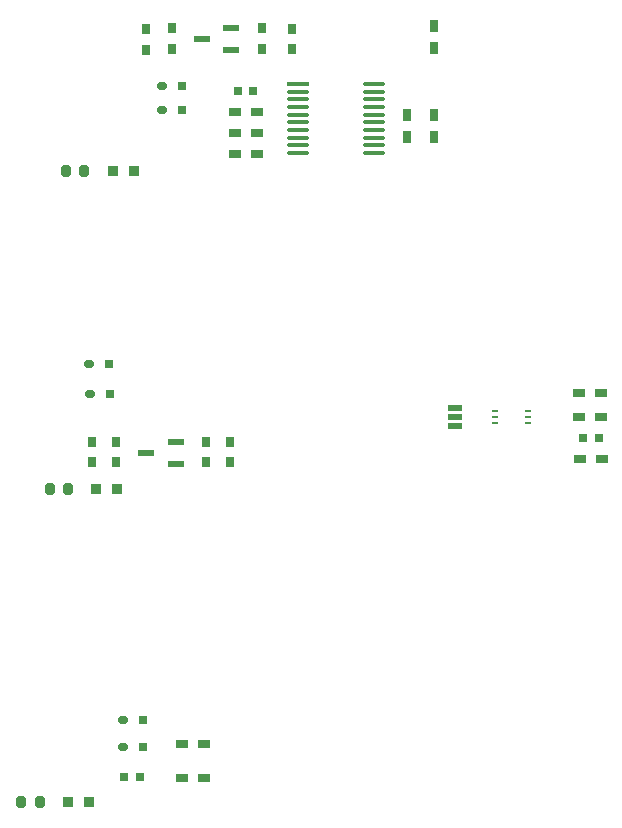
<source format=gtp>
G04*
G04 #@! TF.GenerationSoftware,Altium Limited,Altium Designer,21.0.3 (12)*
G04*
G04 Layer_Color=8421504*
%FSLAX25Y25*%
%MOIN*%
G70*
G04*
G04 #@! TF.SameCoordinates,439F85FB-2BEC-417C-9B7D-EA87D0E056F6*
G04*
G04*
G04 #@! TF.FilePolarity,Positive*
G04*
G01*
G75*
%ADD17R,0.04000X0.03150*%
G04:AMPARAMS|DCode=18|XSize=37mil|YSize=32mil|CornerRadius=8mil|HoleSize=0mil|Usage=FLASHONLY|Rotation=270.000|XOffset=0mil|YOffset=0mil|HoleType=Round|Shape=RoundedRectangle|*
%AMROUNDEDRECTD18*
21,1,0.03700,0.01600,0,0,270.0*
21,1,0.02100,0.03200,0,0,270.0*
1,1,0.01600,-0.00800,-0.01050*
1,1,0.01600,-0.00800,0.01050*
1,1,0.01600,0.00800,0.01050*
1,1,0.01600,0.00800,-0.01050*
%
%ADD18ROUNDEDRECTD18*%
%ADD19R,0.03200X0.03700*%
%ADD20R,0.03000X0.03000*%
%ADD21R,0.03150X0.02756*%
G04:AMPARAMS|DCode=22|XSize=31.5mil|YSize=27.56mil|CornerRadius=0mil|HoleSize=0mil|Usage=FLASHONLY|Rotation=180.000|XOffset=0mil|YOffset=0mil|HoleType=Round|Shape=Octagon|*
%AMOCTAGOND22*
4,1,8,-0.01575,0.00689,-0.01575,-0.00689,-0.00886,-0.01378,0.00886,-0.01378,0.01575,-0.00689,0.01575,0.00689,0.00886,0.01378,-0.00886,0.01378,-0.01575,0.00689,0.0*
%
%ADD22OCTAGOND22*%

%ADD23R,0.02165X0.00984*%
%ADD24R,0.03000X0.03500*%
%ADD25R,0.05512X0.02362*%
%ADD26R,0.03000X0.04000*%
%ADD27R,0.03150X0.04000*%
%ADD28O,0.07480X0.01400*%
%ADD29R,0.07480X0.01400*%
%ADD30R,0.04000X0.03000*%
%ADD31R,0.05000X0.02000*%
D17*
X269300Y201000D02*
D03*
X262000D02*
D03*
X262200Y189500D02*
D03*
X269500D02*
D03*
X402000Y296000D02*
D03*
X394700D02*
D03*
X401650Y310000D02*
D03*
X394350D02*
D03*
X401650Y318000D02*
D03*
X394350D02*
D03*
X279803Y411516D02*
D03*
X287104D02*
D03*
D18*
X208394Y181500D02*
D03*
X214606D02*
D03*
X218000Y286000D02*
D03*
X224213D02*
D03*
X223287Y392000D02*
D03*
X229500D02*
D03*
D19*
X224000Y181500D02*
D03*
X231000D02*
D03*
X233500Y286000D02*
D03*
X240500D02*
D03*
X239000Y392000D02*
D03*
X246000D02*
D03*
D20*
X242882Y190000D02*
D03*
X248000D02*
D03*
X395882Y303000D02*
D03*
X401000D02*
D03*
X285922Y418516D02*
D03*
X280803D02*
D03*
D21*
X249000Y200000D02*
D03*
Y209000D02*
D03*
X238000Y317500D02*
D03*
X237846Y327500D02*
D03*
X262000Y412236D02*
D03*
Y420236D02*
D03*
D22*
X242307Y200000D02*
D03*
Y209000D02*
D03*
X231307Y317500D02*
D03*
X231153Y327500D02*
D03*
X255307Y412236D02*
D03*
X255307Y420236D02*
D03*
D23*
X366587Y311968D02*
D03*
Y310000D02*
D03*
Y308032D02*
D03*
X377413D02*
D03*
Y310000D02*
D03*
Y311968D02*
D03*
D24*
X278000Y294840D02*
D03*
Y301740D02*
D03*
X270000D02*
D03*
Y294840D02*
D03*
X240260Y301740D02*
D03*
Y294840D02*
D03*
X232260D02*
D03*
Y301740D02*
D03*
X298603Y432497D02*
D03*
Y439397D02*
D03*
X288603Y439497D02*
D03*
Y432597D02*
D03*
X258603Y439497D02*
D03*
Y432597D02*
D03*
X250000Y432336D02*
D03*
Y439236D02*
D03*
D25*
X260000Y294260D02*
D03*
Y301740D02*
D03*
X250103Y298001D02*
D03*
X278500Y432256D02*
D03*
Y439736D02*
D03*
X268603Y435997D02*
D03*
D26*
X346000Y440300D02*
D03*
Y433000D02*
D03*
D27*
X346000Y410536D02*
D03*
Y403236D02*
D03*
X337000Y410536D02*
D03*
Y403236D02*
D03*
D28*
X326000Y405559D02*
D03*
Y397882D02*
D03*
Y400441D02*
D03*
X326000Y403000D02*
D03*
X326000Y420914D02*
D03*
Y418355D02*
D03*
Y408118D02*
D03*
Y415795D02*
D03*
X300803Y397882D02*
D03*
Y400441D02*
D03*
Y413236D02*
D03*
Y415796D02*
D03*
Y418355D02*
D03*
Y408118D02*
D03*
Y405559D02*
D03*
Y403000D02*
D03*
Y410677D02*
D03*
X326000D02*
D03*
Y413236D02*
D03*
D29*
X300803Y420914D02*
D03*
D30*
X287104Y397516D02*
D03*
X279803D02*
D03*
X287104Y404516D02*
D03*
X279803D02*
D03*
D31*
X353000Y313000D02*
D03*
Y307000D02*
D03*
Y310000D02*
D03*
M02*

</source>
